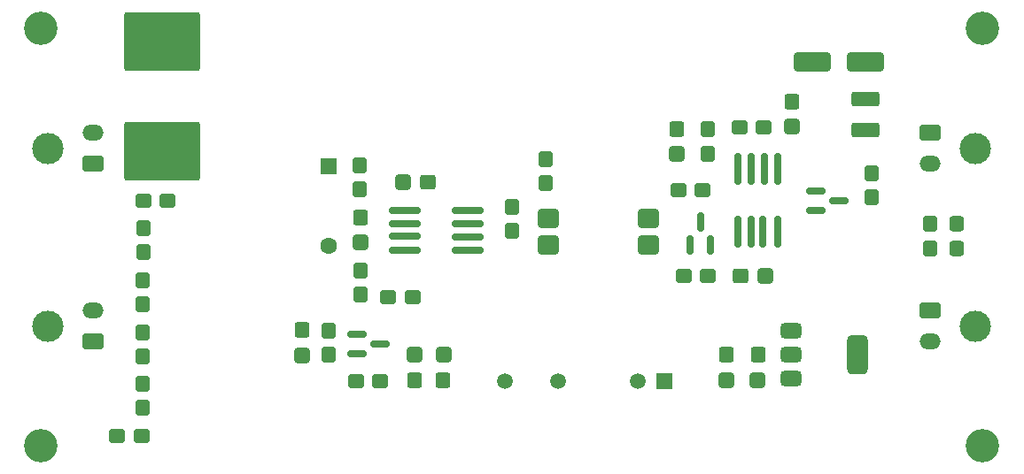
<source format=gbr>
%TF.GenerationSoftware,KiCad,Pcbnew,9.0.2*%
%TF.CreationDate,2025-07-01T15:14:05+08:00*%
%TF.ProjectId,tsal_r_v3,7473616c-5f72-45f7-9633-2e6b69636164,rev?*%
%TF.SameCoordinates,Original*%
%TF.FileFunction,Soldermask,Top*%
%TF.FilePolarity,Negative*%
%FSLAX46Y46*%
G04 Gerber Fmt 4.6, Leading zero omitted, Abs format (unit mm)*
G04 Created by KiCad (PCBNEW 9.0.2) date 2025-07-01 15:14:05*
%MOMM*%
%LPD*%
G01*
G04 APERTURE LIST*
G04 Aperture macros list*
%AMRoundRect*
0 Rectangle with rounded corners*
0 $1 Rounding radius*
0 $2 $3 $4 $5 $6 $7 $8 $9 X,Y pos of 4 corners*
0 Add a 4 corners polygon primitive as box body*
4,1,4,$2,$3,$4,$5,$6,$7,$8,$9,$2,$3,0*
0 Add four circle primitives for the rounded corners*
1,1,$1+$1,$2,$3*
1,1,$1+$1,$4,$5*
1,1,$1+$1,$6,$7*
1,1,$1+$1,$8,$9*
0 Add four rect primitives between the rounded corners*
20,1,$1+$1,$2,$3,$4,$5,0*
20,1,$1+$1,$4,$5,$6,$7,0*
20,1,$1+$1,$6,$7,$8,$9,0*
20,1,$1+$1,$8,$9,$2,$3,0*%
G04 Aperture macros list end*
%ADD10R,1.500000X1.500000*%
%ADD11C,1.500000*%
%ADD12RoundRect,0.305575X0.460025X0.412525X-0.460025X0.412525X-0.460025X-0.412525X0.460025X-0.412525X0*%
%ADD13RoundRect,0.308511X0.457089X0.416489X-0.457089X0.416489X-0.457089X-0.416489X0.457089X-0.416489X0*%
%ADD14C,3.000000*%
%ADD15RoundRect,0.250001X0.759999X-0.499999X0.759999X0.499999X-0.759999X0.499999X-0.759999X-0.499999X0*%
%ADD16O,2.020000X1.500000*%
%ADD17C,3.200000*%
%ADD18RoundRect,0.278125X0.474375X0.389375X-0.474375X0.389375X-0.474375X-0.389375X0.474375X-0.389375X0*%
%ADD19RoundRect,0.278125X-0.389375X0.474375X-0.389375X-0.474375X0.389375X-0.474375X0.389375X0.474375X0*%
%ADD20RoundRect,0.250001X-0.759999X0.499999X-0.759999X-0.499999X0.759999X-0.499999X0.759999X0.499999X0*%
%ADD21RoundRect,0.150000X0.150000X-1.350000X0.150000X1.350000X-0.150000X1.350000X-0.150000X-1.350000X0*%
%ADD22RoundRect,0.150000X0.150000X-1.337500X0.150000X1.337500X-0.150000X1.337500X-0.150000X-1.337500X0*%
%ADD23RoundRect,0.305575X0.412525X-0.460025X0.412525X0.460025X-0.412525X0.460025X-0.412525X-0.460025X0*%
%ADD24RoundRect,0.308511X0.416489X-0.457089X0.416489X0.457089X-0.416489X0.457089X-0.416489X-0.457089X0*%
%ADD25RoundRect,0.251116X3.376384X-2.561384X3.376384X2.561384X-3.376384X2.561384X-3.376384X-2.561384X0*%
%ADD26RoundRect,0.305575X-0.460025X-0.412525X0.460025X-0.412525X0.460025X0.412525X-0.460025X0.412525X0*%
%ADD27RoundRect,0.308511X-0.457089X-0.416489X0.457089X-0.416489X0.457089X0.416489X-0.457089X0.416489X0*%
%ADD28RoundRect,0.305575X-0.412525X0.460025X-0.412525X-0.460025X0.412525X-0.460025X0.412525X0.460025X0*%
%ADD29RoundRect,0.308511X-0.416489X0.457089X-0.416489X-0.457089X0.416489X-0.457089X0.416489X0.457089X0*%
%ADD30RoundRect,0.150000X-1.350000X-0.150000X1.350000X-0.150000X1.350000X0.150000X-1.350000X0.150000X0*%
%ADD31RoundRect,0.150000X-1.337500X-0.150000X1.337500X-0.150000X1.337500X0.150000X-1.337500X0.150000X0*%
%ADD32RoundRect,0.250001X1.074999X-0.462499X1.074999X0.462499X-1.074999X0.462499X-1.074999X-0.462499X0*%
%ADD33RoundRect,0.150000X-0.750000X-0.150000X0.750000X-0.150000X0.750000X0.150000X-0.750000X0.150000X0*%
%ADD34RoundRect,0.278125X0.389375X-0.474375X0.389375X0.474375X-0.389375X0.474375X-0.389375X-0.474375X0*%
%ADD35RoundRect,0.250000X-0.550000X0.550000X-0.550000X-0.550000X0.550000X-0.550000X0.550000X0.550000X0*%
%ADD36C,1.600000*%
%ADD37RoundRect,0.278125X-0.474375X-0.389375X0.474375X-0.389375X0.474375X0.389375X-0.474375X0.389375X0*%
%ADD38RoundRect,0.375000X-0.625000X-0.375000X0.625000X-0.375000X0.625000X0.375000X-0.625000X0.375000X0*%
%ADD39RoundRect,0.500000X-0.500000X-1.400000X0.500000X-1.400000X0.500000X1.400000X-0.500000X1.400000X0*%
%ADD40RoundRect,0.250000X-1.500000X-0.650000X1.500000X-0.650000X1.500000X0.650000X-1.500000X0.650000X0*%
%ADD41RoundRect,0.150000X0.150000X-0.750000X0.150000X0.750000X-0.150000X0.750000X-0.150000X-0.750000X0*%
%ADD42RoundRect,0.249999X-0.750001X-0.640001X0.750001X-0.640001X0.750001X0.640001X-0.750001X0.640001X0*%
%ADD43RoundRect,0.304348X-0.395652X0.420652X-0.395652X-0.420652X0.395652X-0.420652X0.395652X0.420652X0*%
G04 APERTURE END LIST*
D10*
%TO.C,U3*%
X79540000Y-113750000D03*
D11*
X77000000Y-113750000D03*
X69380000Y-113750000D03*
X64300000Y-113750000D03*
%TD*%
D12*
%TO.C,C3*%
X57000000Y-94730000D03*
D13*
X54568800Y-94723100D03*
%TD*%
D14*
%TO.C,J2*%
X20680000Y-108500000D03*
D15*
X25000000Y-110000000D03*
D16*
X25000000Y-107000000D03*
%TD*%
D17*
%TO.C,H2*%
X110000000Y-120000000D03*
%TD*%
D18*
%TO.C,R9*%
X29591250Y-119045000D03*
X27286250Y-119045000D03*
%TD*%
D19*
%TO.C,R11*%
X50532500Y-103195000D03*
X50532500Y-105500000D03*
%TD*%
%TO.C,R16*%
X83750000Y-89695000D03*
X83750000Y-92000000D03*
%TD*%
D14*
%TO.C,J3*%
X109320000Y-91500000D03*
D20*
X105000000Y-90000000D03*
D16*
X105000000Y-93000000D03*
%TD*%
D21*
%TO.C,U2*%
X86595000Y-99500000D03*
X87865000Y-99500000D03*
D22*
X89000000Y-99512500D03*
D21*
X90405000Y-99500000D03*
X90405000Y-93500000D03*
X89135000Y-93500000D03*
X87865000Y-93500000D03*
X86595000Y-93500000D03*
%TD*%
D23*
%TO.C,C9*%
X55708700Y-113715600D03*
D24*
X55715600Y-111284400D03*
%TD*%
D25*
%TO.C,F1*%
X31600000Y-91800000D03*
X31600000Y-81250000D03*
%TD*%
D14*
%TO.C,J1*%
X20680000Y-91500000D03*
D15*
X25000000Y-93000000D03*
D16*
X25000000Y-90000000D03*
%TD*%
D23*
%TO.C,C4*%
X58444600Y-113681200D03*
D24*
X58451500Y-111250000D03*
%TD*%
D26*
%TO.C,C8*%
X86818800Y-103743100D03*
D27*
X89250000Y-103750000D03*
%TD*%
D28*
%TO.C,C5*%
X88506900Y-111284400D03*
D29*
X88500000Y-113715600D03*
%TD*%
D17*
%TO.C,H3*%
X20000000Y-80000000D03*
%TD*%
D30*
%TO.C,LM1*%
X54750000Y-97460000D03*
X54750000Y-98730000D03*
D31*
X54737500Y-99865000D03*
D30*
X54750000Y-101270000D03*
X60750000Y-101270000D03*
X60750000Y-100000000D03*
X60750000Y-98730000D03*
X60750000Y-97460000D03*
%TD*%
D28*
%TO.C,C2*%
X50506900Y-98088800D03*
D29*
X50500000Y-100520000D03*
%TD*%
D17*
%TO.C,H1*%
X110000000Y-80000000D03*
%TD*%
D32*
%TO.C,F2*%
X98750000Y-89737500D03*
X98750000Y-86762500D03*
%TD*%
D28*
%TO.C,C6*%
X80750000Y-89631900D03*
D29*
X80743100Y-92063100D03*
%TD*%
D28*
%TO.C,C1*%
X44914100Y-108905000D03*
D29*
X44907200Y-111336200D03*
%TD*%
D33*
%TO.C,U1*%
X50164100Y-109300000D03*
X50164100Y-111200000D03*
X52364100Y-110250000D03*
%TD*%
D19*
%TO.C,R1*%
X47446600Y-108945000D03*
X47446600Y-111250000D03*
%TD*%
%TO.C,R12*%
X65032500Y-97097500D03*
X65032500Y-99402500D03*
%TD*%
%TO.C,R5*%
X29760000Y-99132500D03*
X29760000Y-101437500D03*
%TD*%
D34*
%TO.C,R10*%
X50467500Y-95402500D03*
X50467500Y-93097500D03*
%TD*%
D35*
%TO.C,D1*%
X47500000Y-93250000D03*
D36*
X47500000Y-100870000D03*
%TD*%
D37*
%TO.C,R4*%
X53195000Y-105750000D03*
X55500000Y-105750000D03*
%TD*%
D17*
%TO.C,H4*%
X20000000Y-120000000D03*
%TD*%
D33*
%TO.C,U5*%
X94050000Y-95550000D03*
X94050000Y-97450000D03*
X96250000Y-96500000D03*
%TD*%
D19*
%TO.C,R19*%
X105000000Y-98750000D03*
X105000000Y-101055000D03*
%TD*%
D18*
%TO.C,R15*%
X83250000Y-95532500D03*
X80945000Y-95532500D03*
%TD*%
D38*
%TO.C,Q2*%
X91700000Y-108950000D03*
X91700000Y-111250000D03*
D39*
X98000000Y-111250000D03*
D38*
X91700000Y-113550000D03*
%TD*%
D40*
%TO.C,D2*%
X93750000Y-83250000D03*
X98750000Y-83250000D03*
%TD*%
D18*
%TO.C,R17*%
X89055000Y-89500000D03*
X86750000Y-89500000D03*
%TD*%
D34*
%TO.C,R6*%
X29695000Y-106447500D03*
X29695000Y-104142500D03*
%TD*%
D19*
%TO.C,R7*%
X29737500Y-109142500D03*
X29737500Y-111447500D03*
%TD*%
D41*
%TO.C,U4*%
X82050000Y-100750000D03*
X83950000Y-100750000D03*
X83000000Y-98550000D03*
%TD*%
D42*
%TO.C,U7*%
X68485000Y-98230000D03*
X68485000Y-100770000D03*
X78015000Y-100770000D03*
X78015000Y-98230000D03*
%TD*%
D19*
%TO.C,R20*%
X99400000Y-93895000D03*
X99400000Y-96200000D03*
%TD*%
D34*
%TO.C,R8*%
X29672500Y-116350000D03*
X29672500Y-114045000D03*
%TD*%
D19*
%TO.C,R13*%
X68250000Y-92500000D03*
X68250000Y-94805000D03*
%TD*%
D18*
%TO.C,R3*%
X32100000Y-96532500D03*
X29795000Y-96532500D03*
%TD*%
D28*
%TO.C,C7*%
X91750000Y-87000000D03*
D29*
X91743100Y-89431200D03*
%TD*%
D37*
%TO.C,R14*%
X81445000Y-103717500D03*
X83750000Y-103717500D03*
%TD*%
D43*
%TO.C,D3*%
X107467500Y-98727500D03*
X107467500Y-101077500D03*
%TD*%
D14*
%TO.C,J4*%
X109320000Y-108500000D03*
D20*
X105000000Y-107000000D03*
D16*
X105000000Y-110000000D03*
%TD*%
D28*
%TO.C,C10*%
X85513800Y-111284400D03*
D29*
X85506900Y-113715600D03*
%TD*%
D37*
%TO.C,R2*%
X50111600Y-113750000D03*
X52416600Y-113750000D03*
%TD*%
M02*

</source>
